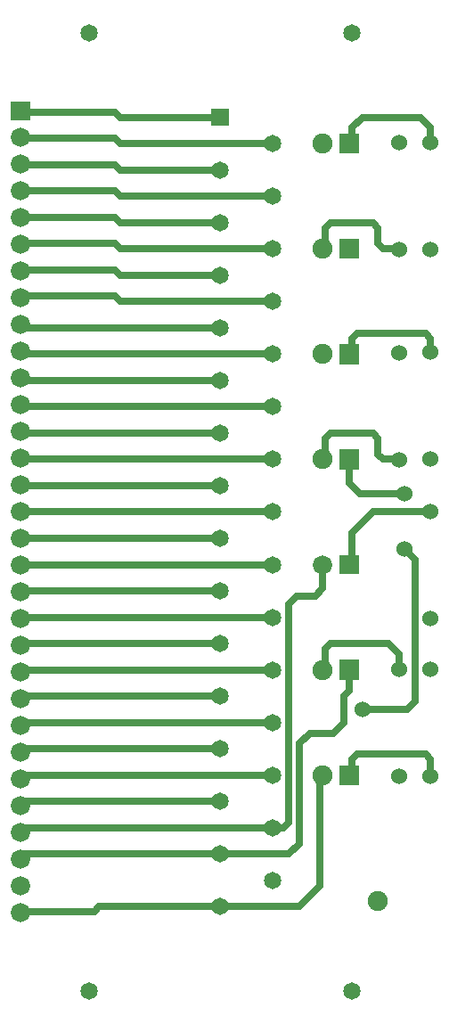
<source format=gbl>
G04 start of page 3 for group 1 idx 1 *
G04 Title: 01.002.00.01.01.pcb, solder *
G04 Creator: pcb 4.2.0 *
G04 CreationDate: Sat Aug 10 16:27:16 2019 UTC *
G04 For: bert *
G04 Format: Gerber/RS-274X *
G04 PCB-Dimensions (mil): 1968.50 3937.01 *
G04 PCB-Coordinate-Origin: lower left *
%MOIN*%
%FSLAX25Y25*%
%LNGBL*%
%ADD32C,0.1260*%
%ADD31C,0.0420*%
%ADD30C,0.0460*%
%ADD29C,0.0400*%
%ADD28C,0.0350*%
%ADD27C,0.0720*%
%ADD26C,0.0650*%
%ADD25C,0.0750*%
%ADD24C,0.0001*%
%ADD23C,0.0600*%
%ADD22C,0.0250*%
G54D22*X110235Y236221D02*X16378D01*
X90551Y226378D02*X16221D01*
X110235Y216536D02*X16063D01*
X90551Y206693D02*X15906D01*
X16378Y236221D02*X15748Y236851D01*
X16221Y226378D02*X15748Y226851D01*
X16063Y216536D02*X15748Y216851D01*
X15906Y206693D02*X15748Y206851D01*
X110235Y196851D02*X15748D01*
X90551Y187008D02*X15905D01*
X110235Y177166D02*X16063D01*
X90551Y167323D02*X16220D01*
X110235Y157481D02*X16378D01*
X15905Y187008D02*X15748Y186851D01*
X16063Y177166D02*X15748Y176851D01*
X16220Y167323D02*X15748Y166851D01*
X16378Y157481D02*X15748Y156851D01*
X90551Y147638D02*X15748D01*
X17717Y137796D02*X15748Y135827D01*
X17717Y127953D02*X15748Y125985D01*
X17717Y118111D02*X15748Y116142D01*
X17717Y108268D02*X15748Y106300D01*
X110236Y137796D02*X17717D01*
X90551Y127953D02*X17717D01*
X110236Y118111D02*X17717D01*
X90551Y108268D02*X17717D01*
X110236Y98426D02*X17717D01*
X90551Y88583D02*X17717D01*
Y68898D02*X116142D01*
X120079Y72835D01*
X17717Y78741D02*X114173D01*
X116142Y80709D01*
X17717Y98426D02*X15748Y96457D01*
X45276Y49213D02*X43307Y47244D01*
X15748D01*
X17717Y88583D02*X15748Y86615D01*
X17717Y78741D02*X15748Y76772D01*
X17717Y68898D02*X15748Y66930D01*
X45276Y49213D02*X120079D01*
X127953Y57087D01*
Y98426D01*
X120079Y72835D02*Y110237D01*
X124016Y114174D01*
X116142Y80709D02*Y162402D01*
X119094Y165355D01*
X125984D01*
X90551Y344488D02*X53150D01*
X110235Y334646D02*X53150D01*
X90551Y324803D02*X53150D01*
X110235Y314961D02*X53150D01*
X110235Y295276D02*X53150D01*
X53150Y314961D02*X51181Y316930D01*
X90551Y305118D02*X53150D01*
X51181Y307087D01*
X53150Y295276D02*X51181Y297244D01*
X53150Y344488D02*X51181Y346457D01*
X16142D01*
X15748Y346851D01*
X53150Y334646D02*X51181Y336615D01*
X15984D01*
X15748Y336851D01*
X53150Y324803D02*X51181Y326772D01*
X15827D01*
X51181Y316930D02*X15827D01*
X15748Y316851D01*
X51181Y307087D02*X15984D01*
X15748Y306851D01*
X15827Y326772D02*X15748Y326851D01*
X51181Y297244D02*X16142D01*
X51181Y287402D02*X16299D01*
X15748Y286851D01*
X51181Y277559D02*X16457D01*
X15748Y276851D01*
X16142Y297244D02*X15748Y296851D01*
X90551Y285433D02*X53150D01*
X51181Y287402D01*
X53150Y275591D02*X51181Y277559D01*
X110235Y275591D02*X53150D01*
X90551Y265748D02*X16851D01*
X110235Y255906D02*X16693D01*
X16851Y265748D02*X15748Y266851D01*
X16693Y255906D02*X15748Y256851D01*
X90551Y246063D02*X16536D01*
X15748Y246851D01*
X169291Y334646D02*Y340552D01*
X165354Y344489D01*
X143701D01*
X139764Y340552D01*
Y334646D01*
X157480Y295276D02*X151575D01*
X149606Y297244D01*
Y303150D01*
X147638Y305119D01*
X131890D01*
X129921Y303150D01*
Y295276D01*
X169291Y255906D02*Y261811D01*
X167323Y263780D01*
X141732D01*
X139764Y261811D01*
Y255906D01*
X157480Y216536D02*X151575D01*
X149606Y218504D01*
Y224410D01*
X147638Y226378D02*X131890D01*
X129921Y224410D01*
Y216536D01*
X138780Y207678D02*Y216536D01*
X169291Y196851D02*X147638D01*
X139764Y188977D01*
Y177166D01*
X163386Y179134D02*X159449Y183071D01*
Y203741D02*X142717D01*
X138780Y207678D01*
X149606Y224410D02*X147638Y226378D01*
X169291Y98426D02*Y104331D01*
X167323Y106300D01*
X141732D01*
X139764Y104331D02*Y98426D01*
X141732Y106300D02*X139764Y104331D01*
X124016Y114174D02*X132874D01*
X136811Y118111D01*
X157480Y138111D02*Y143701D01*
X153543Y147638D01*
X131890D01*
X129921Y145670D01*
Y137796D01*
X125984Y165355D02*X128937Y168307D01*
Y177166D01*
X136811Y118111D02*Y127953D01*
X138780Y129922D01*
X143701Y123032D02*X160433D01*
X163386Y125985D01*
Y179134D01*
X138780Y129922D02*Y137796D01*
G54D23*X157480Y334961D03*
G54D24*G36*
X135108Y338396D02*Y330896D01*
X142608D01*
Y338396D01*
X135108D01*
G37*
G54D25*X128858Y334646D03*
G54D24*G36*
X135108Y299026D02*Y291526D01*
X142608D01*
Y299026D01*
X135108D01*
G37*
G54D25*X128858Y295276D03*
G54D23*X169291Y294961D03*
Y334961D03*
X157480Y294961D03*
Y256221D03*
Y216221D03*
G54D26*X139764Y375985D03*
G54D24*G36*
X135108Y259656D02*Y252156D01*
X142608D01*
Y259656D01*
X135108D01*
G37*
G54D25*X128858Y255906D03*
G54D26*X41339Y375985D03*
G54D24*G36*
X12148Y350451D02*Y343251D01*
X19348D01*
Y350451D01*
X12148D01*
G37*
G54D27*X15748Y336851D03*
Y326851D03*
Y316851D03*
Y306851D03*
Y296851D03*
Y286851D03*
Y276851D03*
Y266851D03*
Y256851D03*
Y246851D03*
Y236851D03*
Y226851D03*
Y216851D03*
G54D23*X169291Y157166D03*
Y138111D03*
X157480D03*
X169291Y197166D03*
Y216536D03*
Y256536D03*
G54D24*G36*
X135258Y180766D02*Y173566D01*
X142458D01*
Y180766D01*
X135258D01*
G37*
G54D27*X128858Y177166D03*
G54D24*G36*
X135108Y220286D02*Y212786D01*
X142608D01*
Y220286D01*
X135108D01*
G37*
G54D25*X128858Y216536D03*
G54D23*X169291Y98111D03*
X157480D03*
G54D24*G36*
X135108Y102176D02*Y94676D01*
X142608D01*
Y102176D01*
X135108D01*
G37*
G54D25*X128858Y98426D03*
G54D24*G36*
X135108Y141546D02*Y134046D01*
X142608D01*
Y141546D01*
X135108D01*
G37*
G54D25*X149606Y51181D03*
X128858Y137796D03*
G54D24*G36*
X87301Y347738D02*Y341238D01*
X93801D01*
Y347738D01*
X87301D01*
G37*
G54D26*X110235Y334646D03*
X90551Y324803D03*
Y305118D03*
Y285433D03*
X110235Y314961D03*
Y295276D03*
Y275591D03*
Y255906D03*
Y236221D03*
Y216536D03*
X90551Y265748D03*
Y246063D03*
Y226378D03*
X110235Y196851D03*
Y177166D03*
Y157481D03*
Y137796D03*
X90551Y206693D03*
Y187008D03*
Y167323D03*
Y147638D03*
Y127953D03*
Y108268D03*
Y88583D03*
Y68898D03*
X110235Y118111D03*
Y98426D03*
Y78741D03*
Y59056D03*
X41339Y17717D03*
X139764D03*
X90551Y49213D03*
G54D27*X15748Y206851D03*
Y196851D03*
Y186851D03*
Y176851D03*
Y166851D03*
Y156851D03*
Y146851D03*
Y136851D03*
Y126851D03*
Y116851D03*
Y106851D03*
Y96851D03*
Y86851D03*
Y76851D03*
Y66851D03*
Y56851D03*
Y46851D03*
G54D23*X143701Y123032D03*
X159449Y183071D03*
Y203741D03*
G54D28*G54D29*G54D30*G54D29*G54D30*G54D29*G54D31*G54D29*G54D31*G54D30*G54D29*G54D30*G54D29*G54D32*G54D29*G54D32*G54D31*M02*

</source>
